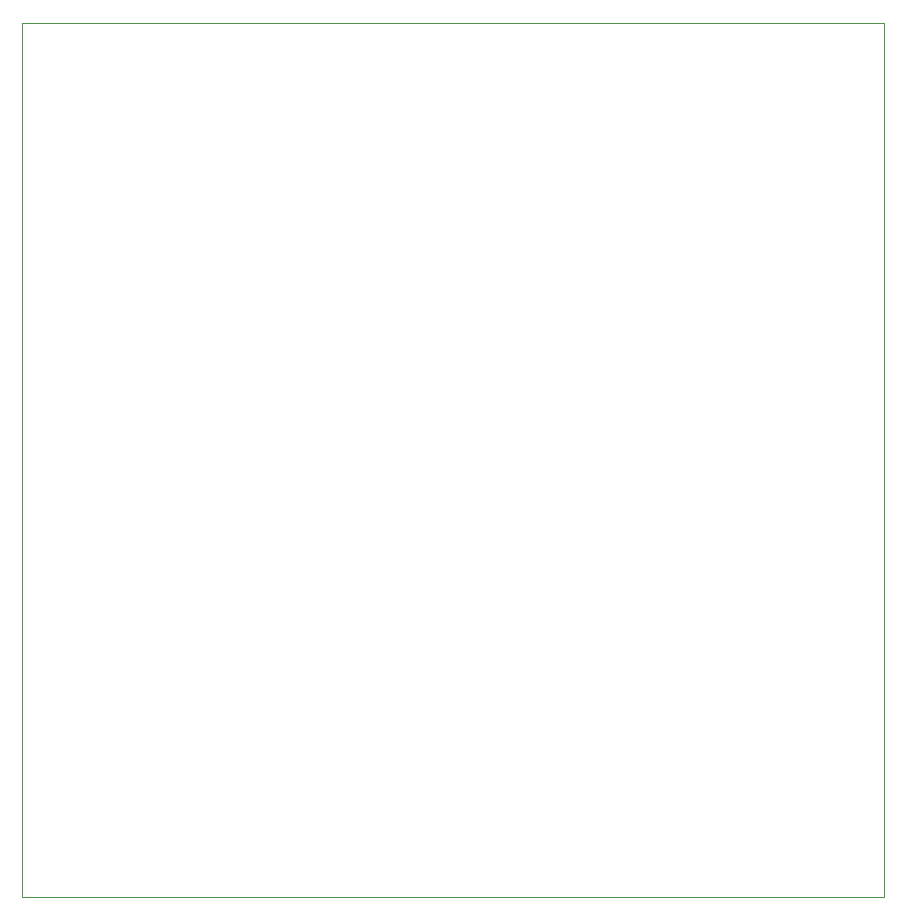
<source format=gbr>
%TF.GenerationSoftware,KiCad,Pcbnew,(5.1.10-1-10_14)*%
%TF.CreationDate,2021-12-12T22:41:03-05:00*%
%TF.ProjectId,Valve Wizard Cab Sim,56616c76-6520-4576-997a-617264204361,rev?*%
%TF.SameCoordinates,Original*%
%TF.FileFunction,Paste,Top*%
%TF.FilePolarity,Positive*%
%FSLAX46Y46*%
G04 Gerber Fmt 4.6, Leading zero omitted, Abs format (unit mm)*
G04 Created by KiCad (PCBNEW (5.1.10-1-10_14)) date 2021-12-12 22:41:03*
%MOMM*%
%LPD*%
G01*
G04 APERTURE LIST*
%TA.AperFunction,Profile*%
%ADD10C,0.100000*%
%TD*%
G04 APERTURE END LIST*
D10*
X112000000Y-57000000D02*
X112000000Y-131000000D01*
X39000000Y-57000000D02*
X112000000Y-57000000D01*
X39000000Y-131000000D02*
X39000000Y-57000000D01*
X112000000Y-131000000D02*
X39000000Y-131000000D01*
M02*

</source>
